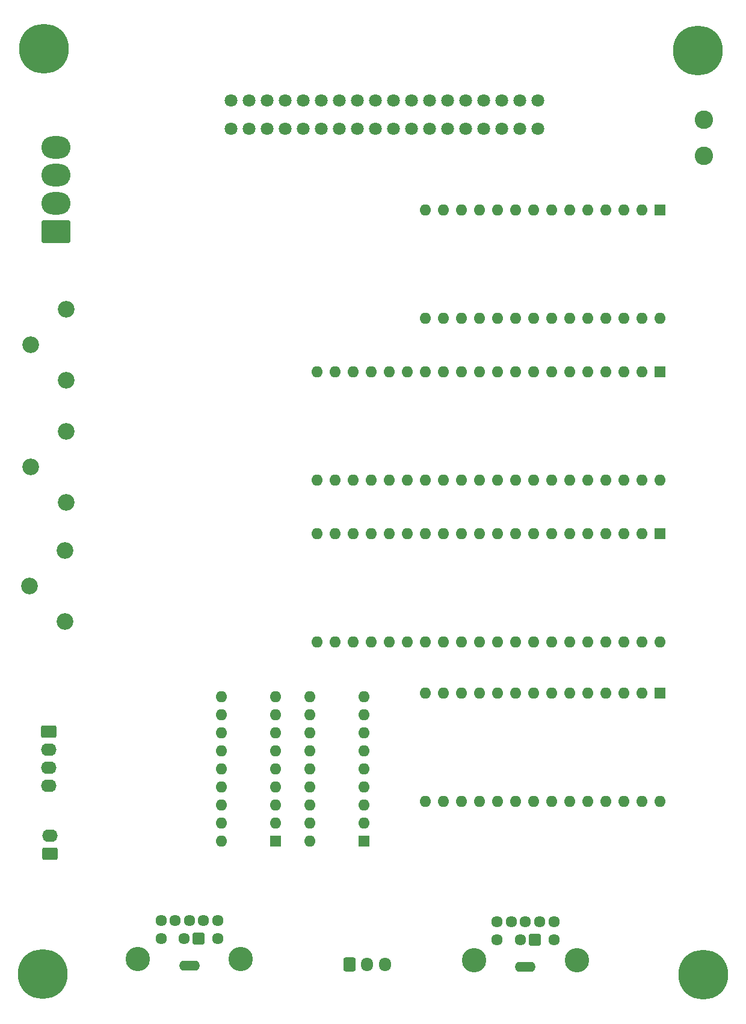
<source format=gbr>
%TF.GenerationSoftware,KiCad,Pcbnew,8.0.4*%
%TF.CreationDate,2024-08-19T15:21:18+02:00*%
%TF.ProjectId,LogicBoard 3GE,4c6f6769-6342-46f6-9172-64203347452e,rev?*%
%TF.SameCoordinates,Original*%
%TF.FileFunction,Soldermask,Bot*%
%TF.FilePolarity,Negative*%
%FSLAX46Y46*%
G04 Gerber Fmt 4.6, Leading zero omitted, Abs format (unit mm)*
G04 Created by KiCad (PCBNEW 8.0.4) date 2024-08-19 15:21:18*
%MOMM*%
%LPD*%
G01*
G04 APERTURE LIST*
G04 Aperture macros list*
%AMRoundRect*
0 Rectangle with rounded corners*
0 $1 Rounding radius*
0 $2 $3 $4 $5 $6 $7 $8 $9 X,Y pos of 4 corners*
0 Add a 4 corners polygon primitive as box body*
4,1,4,$2,$3,$4,$5,$6,$7,$8,$9,$2,$3,0*
0 Add four circle primitives for the rounded corners*
1,1,$1+$1,$2,$3*
1,1,$1+$1,$4,$5*
1,1,$1+$1,$6,$7*
1,1,$1+$1,$8,$9*
0 Add four rect primitives between the rounded corners*
20,1,$1+$1,$2,$3,$4,$5,0*
20,1,$1+$1,$4,$5,$6,$7,0*
20,1,$1+$1,$6,$7,$8,$9,0*
20,1,$1+$1,$8,$9,$2,$3,0*%
G04 Aperture macros list end*
%ADD10C,7.000000*%
%ADD11O,1.600000X1.600000*%
%ADD12R,1.600000X1.600000*%
%ADD13RoundRect,0.250000X1.800000X-1.330000X1.800000X1.330000X-1.800000X1.330000X-1.800000X-1.330000X0*%
%ADD14O,4.100000X3.160000*%
%ADD15C,1.800000*%
%ADD16RoundRect,0.250000X-0.600000X-0.725000X0.600000X-0.725000X0.600000X0.725000X-0.600000X0.725000X0*%
%ADD17O,1.700000X1.950000*%
%ADD18C,2.340000*%
%ADD19C,3.420000*%
%ADD20O,2.934000X1.434000*%
%ADD21C,1.612000*%
%ADD22RoundRect,0.102000X-0.704000X-0.704000X0.704000X-0.704000X0.704000X0.704000X-0.704000X0.704000X0*%
%ADD23RoundRect,0.250000X-0.845000X0.620000X-0.845000X-0.620000X0.845000X-0.620000X0.845000X0.620000X0*%
%ADD24O,2.190000X1.740000*%
%ADD25RoundRect,0.250000X0.845000X-0.620000X0.845000X0.620000X-0.845000X0.620000X-0.845000X-0.620000X0*%
%ADD26C,2.600000*%
G04 APERTURE END LIST*
D10*
%TO.C,MNT2*%
X146530000Y-162880000D03*
%TD*%
D11*
%TO.C,IC201*%
X140440000Y-138510000D03*
X137900000Y-138510000D03*
X135360000Y-138510000D03*
X132820000Y-138510000D03*
X130280000Y-138510000D03*
X127740000Y-138510000D03*
X125200000Y-138510000D03*
X122660000Y-138510000D03*
X120120000Y-138510000D03*
X117580000Y-138510000D03*
X115040000Y-138510000D03*
X112500000Y-138510000D03*
X109960000Y-138510000D03*
X107420000Y-138510000D03*
X107420000Y-123270000D03*
X109960000Y-123270000D03*
X112500000Y-123270000D03*
X115040000Y-123270000D03*
X117580000Y-123270000D03*
X120120000Y-123270000D03*
X122660000Y-123270000D03*
X125200000Y-123270000D03*
X127740000Y-123270000D03*
X130280000Y-123270000D03*
X132820000Y-123270000D03*
X135360000Y-123270000D03*
X137900000Y-123270000D03*
D12*
X140440000Y-123270000D03*
%TD*%
D13*
%TO.C,J204*%
X55455000Y-58310000D03*
D14*
X55455000Y-54350000D03*
X55455000Y-50390000D03*
X55455000Y-46430000D03*
%TD*%
D10*
%TO.C,MNT4*%
X53550000Y-162790000D03*
%TD*%
D15*
%TO.C,J201*%
X123270000Y-39880000D03*
X123270000Y-43840000D03*
X120730000Y-39880000D03*
X120730000Y-43840000D03*
X118190000Y-39880000D03*
X118190000Y-43840000D03*
X115650000Y-39880000D03*
X115650000Y-43840000D03*
X113110000Y-39880000D03*
X113110000Y-43840000D03*
X110570000Y-39880000D03*
X110570000Y-43840000D03*
X108030000Y-39880000D03*
X108030000Y-43840000D03*
X105490000Y-39880000D03*
X105490000Y-43840000D03*
X102950000Y-39880000D03*
X102950000Y-43840000D03*
X100410000Y-39880000D03*
X100410000Y-43840000D03*
X97870000Y-39880000D03*
X97870000Y-43840000D03*
X95330000Y-39880000D03*
X95330000Y-43840000D03*
X92790000Y-39880000D03*
X92790000Y-43840000D03*
X90250000Y-39880000D03*
X90250000Y-43840000D03*
X87710000Y-39880000D03*
X87710000Y-43840000D03*
X85170000Y-39880000D03*
X85170000Y-43840000D03*
X82630000Y-39880000D03*
X82630000Y-43840000D03*
X80090000Y-39880000D03*
X80090000Y-43840000D03*
%TD*%
D16*
%TO.C,J304*%
X96720000Y-161390000D03*
D17*
X99220000Y-161390000D03*
X101720000Y-161390000D03*
%TD*%
D18*
%TO.C,R335*%
X56720000Y-113210000D03*
X51720000Y-108210000D03*
X56720000Y-103210000D03*
%TD*%
D10*
%TO.C,MNT1*%
X53750000Y-32590000D03*
%TD*%
D12*
%TO.C,IC208*%
X140440000Y-55280000D03*
D11*
X137900000Y-55280000D03*
X135360000Y-55280000D03*
X132820000Y-55280000D03*
X130280000Y-55280000D03*
X127740000Y-55280000D03*
X125200000Y-55280000D03*
X122660000Y-55280000D03*
X120120000Y-55280000D03*
X117580000Y-55280000D03*
X115040000Y-55280000D03*
X112500000Y-55280000D03*
X109960000Y-55280000D03*
X107420000Y-55280000D03*
X107420000Y-70520000D03*
X109960000Y-70520000D03*
X112500000Y-70520000D03*
X115040000Y-70520000D03*
X117580000Y-70520000D03*
X120120000Y-70520000D03*
X122660000Y-70520000D03*
X125200000Y-70520000D03*
X127740000Y-70520000D03*
X130280000Y-70520000D03*
X132820000Y-70520000D03*
X135360000Y-70520000D03*
X137900000Y-70520000D03*
X140440000Y-70520000D03*
%TD*%
D19*
%TO.C,J202*%
X81450000Y-160670000D03*
X66950000Y-160670000D03*
D20*
X74200000Y-161570000D03*
D21*
X70200000Y-155270000D03*
X72200000Y-155270000D03*
X78200000Y-155270000D03*
X70200000Y-157770000D03*
X74200000Y-155270000D03*
X76200000Y-155270000D03*
X78200000Y-157770000D03*
X73500000Y-157770000D03*
D22*
X75500000Y-157770000D03*
%TD*%
D10*
%TO.C,MNT3*%
X145730000Y-32830000D03*
%TD*%
D18*
%TO.C,R333*%
X56840000Y-96380000D03*
X51840000Y-91380000D03*
X56840000Y-86380000D03*
%TD*%
D23*
%TO.C,J301*%
X54370000Y-128670000D03*
D24*
X54370000Y-131210000D03*
X54370000Y-133750000D03*
X54370000Y-136290000D03*
%TD*%
D18*
%TO.C,R302*%
X56870000Y-79210000D03*
X51870000Y-74210000D03*
X56870000Y-69210000D03*
%TD*%
D25*
%TO.C,J302*%
X54550000Y-145870000D03*
D24*
X54550000Y-143330000D03*
%TD*%
D22*
%TO.C,J203*%
X122800000Y-157960000D03*
D21*
X120800000Y-157960000D03*
X125500000Y-157960000D03*
X123500000Y-155460000D03*
X121500000Y-155460000D03*
X117500000Y-157960000D03*
X125500000Y-155460000D03*
X119500000Y-155460000D03*
X117500000Y-155460000D03*
D20*
X121500000Y-161760000D03*
D19*
X114250000Y-160860000D03*
X128750000Y-160860000D03*
%TD*%
D26*
%TO.C,SW201*%
X146580000Y-47660000D03*
X146580000Y-42580000D03*
%TD*%
D12*
%TO.C,IC207*%
X140440000Y-78030000D03*
D11*
X137900000Y-78030000D03*
X135360000Y-78030000D03*
X132820000Y-78030000D03*
X130280000Y-78030000D03*
X127740000Y-78030000D03*
X125200000Y-78030000D03*
X122660000Y-78030000D03*
X120120000Y-78030000D03*
X117580000Y-78030000D03*
X115040000Y-78030000D03*
X112500000Y-78030000D03*
X109960000Y-78030000D03*
X107420000Y-78030000D03*
X104880000Y-78030000D03*
X102340000Y-78030000D03*
X99800000Y-78030000D03*
X97260000Y-78030000D03*
X94720000Y-78030000D03*
X92180000Y-78030000D03*
X92180000Y-93270000D03*
X94720000Y-93270000D03*
X97260000Y-93270000D03*
X99800000Y-93270000D03*
X102340000Y-93270000D03*
X104880000Y-93270000D03*
X107420000Y-93270000D03*
X109960000Y-93270000D03*
X112500000Y-93270000D03*
X115040000Y-93270000D03*
X117580000Y-93270000D03*
X120120000Y-93270000D03*
X122660000Y-93270000D03*
X125200000Y-93270000D03*
X127740000Y-93270000D03*
X130280000Y-93270000D03*
X132820000Y-93270000D03*
X135360000Y-93270000D03*
X137900000Y-93270000D03*
X140440000Y-93270000D03*
%TD*%
%TO.C,IC204*%
X78670000Y-144070000D03*
X78670000Y-141530000D03*
X78670000Y-138990000D03*
X78670000Y-136450000D03*
X78670000Y-133910000D03*
X78670000Y-131370000D03*
X78670000Y-128830000D03*
X78670000Y-126290000D03*
X78670000Y-123750000D03*
X86290000Y-123750000D03*
X86290000Y-126290000D03*
X86290000Y-128830000D03*
X86290000Y-131370000D03*
X86290000Y-133910000D03*
X86290000Y-136450000D03*
X86290000Y-138990000D03*
X86290000Y-141530000D03*
D12*
X86290000Y-144070000D03*
%TD*%
D11*
%TO.C,IC205*%
X91170000Y-144070000D03*
X91170000Y-141530000D03*
X91170000Y-138990000D03*
X91170000Y-136450000D03*
X91170000Y-133910000D03*
X91170000Y-131370000D03*
X91170000Y-128830000D03*
X91170000Y-126290000D03*
X91170000Y-123750000D03*
X98790000Y-123750000D03*
X98790000Y-126290000D03*
X98790000Y-128830000D03*
X98790000Y-131370000D03*
X98790000Y-133910000D03*
X98790000Y-136450000D03*
X98790000Y-138990000D03*
X98790000Y-141530000D03*
D12*
X98790000Y-144070000D03*
%TD*%
%TO.C,IC206*%
X140440000Y-100780000D03*
D11*
X137900000Y-100780000D03*
X135360000Y-100780000D03*
X132820000Y-100780000D03*
X130280000Y-100780000D03*
X127740000Y-100780000D03*
X125200000Y-100780000D03*
X122660000Y-100780000D03*
X120120000Y-100780000D03*
X117580000Y-100780000D03*
X115040000Y-100780000D03*
X112500000Y-100780000D03*
X109960000Y-100780000D03*
X107420000Y-100780000D03*
X104880000Y-100780000D03*
X102340000Y-100780000D03*
X99800000Y-100780000D03*
X97260000Y-100780000D03*
X94720000Y-100780000D03*
X92180000Y-100780000D03*
X92180000Y-116020000D03*
X94720000Y-116020000D03*
X97260000Y-116020000D03*
X99800000Y-116020000D03*
X102340000Y-116020000D03*
X104880000Y-116020000D03*
X107420000Y-116020000D03*
X109960000Y-116020000D03*
X112500000Y-116020000D03*
X115040000Y-116020000D03*
X117580000Y-116020000D03*
X120120000Y-116020000D03*
X122660000Y-116020000D03*
X125200000Y-116020000D03*
X127740000Y-116020000D03*
X130280000Y-116020000D03*
X132820000Y-116020000D03*
X135360000Y-116020000D03*
X137900000Y-116020000D03*
X140440000Y-116020000D03*
%TD*%
M02*

</source>
